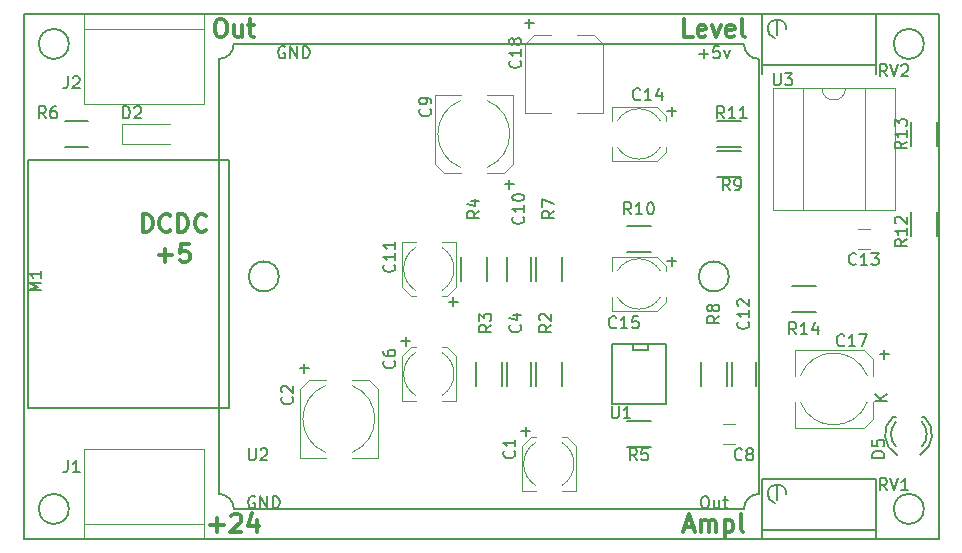
<source format=gbr>
%TF.GenerationSoftware,KiCad,Pcbnew,4.0.7*%
%TF.CreationDate,2018-04-11T16:25:57+03:00*%
%TF.ProjectId,radar_01,72616461725F30312E6B696361645F70,rev?*%
%TF.FileFunction,Legend,Top*%
%FSLAX46Y46*%
G04 Gerber Fmt 4.6, Leading zero omitted, Abs format (unit mm)*
G04 Created by KiCad (PCBNEW 4.0.7) date 04/11/18 16:25:57*
%MOMM*%
%LPD*%
G01*
G04 APERTURE LIST*
%ADD10C,0.100000*%
%ADD11C,0.150000*%
%ADD12C,0.300000*%
%ADD13C,0.120000*%
G04 APERTURE END LIST*
D10*
D11*
X152400000Y-54610000D02*
X227330000Y-54610000D01*
X227330000Y-99060000D02*
X152400000Y-99060000D01*
X152400000Y-99060000D02*
X152400000Y-54610000D01*
D12*
X162457143Y-73063571D02*
X162457143Y-71563571D01*
X162814286Y-71563571D01*
X163028571Y-71635000D01*
X163171429Y-71777857D01*
X163242857Y-71920714D01*
X163314286Y-72206429D01*
X163314286Y-72420714D01*
X163242857Y-72706429D01*
X163171429Y-72849286D01*
X163028571Y-72992143D01*
X162814286Y-73063571D01*
X162457143Y-73063571D01*
X164814286Y-72920714D02*
X164742857Y-72992143D01*
X164528571Y-73063571D01*
X164385714Y-73063571D01*
X164171429Y-72992143D01*
X164028571Y-72849286D01*
X163957143Y-72706429D01*
X163885714Y-72420714D01*
X163885714Y-72206429D01*
X163957143Y-71920714D01*
X164028571Y-71777857D01*
X164171429Y-71635000D01*
X164385714Y-71563571D01*
X164528571Y-71563571D01*
X164742857Y-71635000D01*
X164814286Y-71706429D01*
X165457143Y-73063571D02*
X165457143Y-71563571D01*
X165814286Y-71563571D01*
X166028571Y-71635000D01*
X166171429Y-71777857D01*
X166242857Y-71920714D01*
X166314286Y-72206429D01*
X166314286Y-72420714D01*
X166242857Y-72706429D01*
X166171429Y-72849286D01*
X166028571Y-72992143D01*
X165814286Y-73063571D01*
X165457143Y-73063571D01*
X167814286Y-72920714D02*
X167742857Y-72992143D01*
X167528571Y-73063571D01*
X167385714Y-73063571D01*
X167171429Y-72992143D01*
X167028571Y-72849286D01*
X166957143Y-72706429D01*
X166885714Y-72420714D01*
X166885714Y-72206429D01*
X166957143Y-71920714D01*
X167028571Y-71777857D01*
X167171429Y-71635000D01*
X167385714Y-71563571D01*
X167528571Y-71563571D01*
X167742857Y-71635000D01*
X167814286Y-71706429D01*
X163814286Y-75042143D02*
X164957143Y-75042143D01*
X164385714Y-75613571D02*
X164385714Y-74470714D01*
X166385715Y-74113571D02*
X165671429Y-74113571D01*
X165600000Y-74827857D01*
X165671429Y-74756429D01*
X165814286Y-74685000D01*
X166171429Y-74685000D01*
X166314286Y-74756429D01*
X166385715Y-74827857D01*
X166457143Y-74970714D01*
X166457143Y-75327857D01*
X166385715Y-75470714D01*
X166314286Y-75542143D01*
X166171429Y-75613571D01*
X165814286Y-75613571D01*
X165671429Y-75542143D01*
X165600000Y-75470714D01*
X208391429Y-98040000D02*
X209105715Y-98040000D01*
X208248572Y-98468571D02*
X208748572Y-96968571D01*
X209248572Y-98468571D01*
X209748572Y-98468571D02*
X209748572Y-97468571D01*
X209748572Y-97611429D02*
X209820000Y-97540000D01*
X209962858Y-97468571D01*
X210177143Y-97468571D01*
X210320000Y-97540000D01*
X210391429Y-97682857D01*
X210391429Y-98468571D01*
X210391429Y-97682857D02*
X210462858Y-97540000D01*
X210605715Y-97468571D01*
X210820000Y-97468571D01*
X210962858Y-97540000D01*
X211034286Y-97682857D01*
X211034286Y-98468571D01*
X211748572Y-97468571D02*
X211748572Y-98968571D01*
X211748572Y-97540000D02*
X211891429Y-97468571D01*
X212177143Y-97468571D01*
X212320000Y-97540000D01*
X212391429Y-97611429D01*
X212462858Y-97754286D01*
X212462858Y-98182857D01*
X212391429Y-98325714D01*
X212320000Y-98397143D01*
X212177143Y-98468571D01*
X211891429Y-98468571D01*
X211748572Y-98397143D01*
X213320001Y-98468571D02*
X213177143Y-98397143D01*
X213105715Y-98254286D01*
X213105715Y-96968571D01*
X209034287Y-56558571D02*
X208320001Y-56558571D01*
X208320001Y-55058571D01*
X210105715Y-56487143D02*
X209962858Y-56558571D01*
X209677144Y-56558571D01*
X209534287Y-56487143D01*
X209462858Y-56344286D01*
X209462858Y-55772857D01*
X209534287Y-55630000D01*
X209677144Y-55558571D01*
X209962858Y-55558571D01*
X210105715Y-55630000D01*
X210177144Y-55772857D01*
X210177144Y-55915714D01*
X209462858Y-56058571D01*
X210677144Y-55558571D02*
X211034287Y-56558571D01*
X211391429Y-55558571D01*
X212534286Y-56487143D02*
X212391429Y-56558571D01*
X212105715Y-56558571D01*
X211962858Y-56487143D01*
X211891429Y-56344286D01*
X211891429Y-55772857D01*
X211962858Y-55630000D01*
X212105715Y-55558571D01*
X212391429Y-55558571D01*
X212534286Y-55630000D01*
X212605715Y-55772857D01*
X212605715Y-55915714D01*
X211891429Y-56058571D01*
X213462858Y-56558571D02*
X213320000Y-56487143D01*
X213248572Y-56344286D01*
X213248572Y-55058571D01*
X168180001Y-97897143D02*
X169322858Y-97897143D01*
X168751429Y-98468571D02*
X168751429Y-97325714D01*
X169965715Y-97111429D02*
X170037144Y-97040000D01*
X170180001Y-96968571D01*
X170537144Y-96968571D01*
X170680001Y-97040000D01*
X170751430Y-97111429D01*
X170822858Y-97254286D01*
X170822858Y-97397143D01*
X170751430Y-97611429D01*
X169894287Y-98468571D01*
X170822858Y-98468571D01*
X172108572Y-97468571D02*
X172108572Y-98468571D01*
X171751429Y-96897143D02*
X171394286Y-97968571D01*
X172322858Y-97968571D01*
X168930000Y-55058571D02*
X169215714Y-55058571D01*
X169358572Y-55130000D01*
X169501429Y-55272857D01*
X169572857Y-55558571D01*
X169572857Y-56058571D01*
X169501429Y-56344286D01*
X169358572Y-56487143D01*
X169215714Y-56558571D01*
X168930000Y-56558571D01*
X168787143Y-56487143D01*
X168644286Y-56344286D01*
X168572857Y-56058571D01*
X168572857Y-55558571D01*
X168644286Y-55272857D01*
X168787143Y-55130000D01*
X168930000Y-55058571D01*
X170858572Y-55558571D02*
X170858572Y-56558571D01*
X170215715Y-55558571D02*
X170215715Y-56344286D01*
X170287143Y-56487143D01*
X170430001Y-56558571D01*
X170644286Y-56558571D01*
X170787143Y-56487143D01*
X170858572Y-56415714D01*
X171358572Y-55558571D02*
X171930001Y-55558571D01*
X171572858Y-55058571D02*
X171572858Y-56344286D01*
X171644286Y-56487143D01*
X171787144Y-56558571D01*
X171930001Y-56558571D01*
D11*
X229870000Y-99060000D02*
X227330000Y-99060000D01*
X229870000Y-54610000D02*
X229870000Y-99060000D01*
X227330000Y-54610000D02*
X229870000Y-54610000D01*
X173990000Y-76835000D02*
G75*
G03X173990000Y-76835000I-1270000J0D01*
G01*
X212090000Y-76835000D02*
G75*
G03X212090000Y-76835000I-1270000J0D01*
G01*
X156210000Y-96520000D02*
G75*
G03X156210000Y-96520000I-1270000J0D01*
G01*
X156210000Y-57150000D02*
G75*
G03X156210000Y-57150000I-1270000J0D01*
G01*
X228600000Y-96520000D02*
G75*
G03X228600000Y-96520000I-1270000J0D01*
G01*
X228600000Y-57150000D02*
G75*
G03X228600000Y-57150000I-1270000J0D01*
G01*
X229675000Y-71390000D02*
X229675000Y-73390000D01*
X227525000Y-73390000D02*
X227525000Y-71390000D01*
X168910000Y-95250000D02*
X168910000Y-58420000D01*
X213360000Y-96520000D02*
X170180000Y-96520000D01*
X214630000Y-58420000D02*
X214630000Y-95250000D01*
X170180000Y-57150000D02*
X213360000Y-57150000D01*
X170180000Y-96520000D02*
G75*
G03X168910000Y-95250000I-1270000J0D01*
G01*
X213360000Y-57150000D02*
G75*
G03X214630000Y-58420000I1270000J0D01*
G01*
X214630000Y-95250000D02*
G75*
G03X213360000Y-96520000I0J-1270000D01*
G01*
X168910000Y-58420000D02*
G75*
G03X170180000Y-57150000I0J1270000D01*
G01*
X212090000Y-76835000D02*
G75*
G03X212090000Y-76835000I-1270000J0D01*
G01*
X173990000Y-76835000D02*
G75*
G03X173990000Y-76835000I-1270000J0D01*
G01*
D13*
X191615262Y-67603022D02*
G75*
G03X191617600Y-61937900I-1115262J2833022D01*
G01*
X189384738Y-61936978D02*
G75*
G03X189382400Y-67602100I1115262J-2833022D01*
G01*
X193040000Y-68072000D02*
X191617600Y-68072000D01*
X193802000Y-61468000D02*
X191617600Y-61468000D01*
X187198000Y-61468000D02*
X189382400Y-61468000D01*
X187960000Y-68072000D02*
X189382400Y-68072000D01*
X193802000Y-61468000D02*
X193802000Y-67310000D01*
X193802000Y-67310000D02*
X193040000Y-68072000D01*
X187960000Y-68072000D02*
X187198000Y-67310000D01*
X187198000Y-67310000D02*
X187198000Y-61468000D01*
D11*
X195335000Y-86090000D02*
X195335000Y-84090000D01*
X193285000Y-84090000D02*
X193285000Y-86090000D01*
X195335000Y-77200000D02*
X195335000Y-75200000D01*
X193285000Y-75200000D02*
X193285000Y-77200000D01*
X214385000Y-86090000D02*
X214385000Y-84090000D01*
X212335000Y-84090000D02*
X212335000Y-86090000D01*
D13*
X160695000Y-63920000D02*
X160695000Y-65620000D01*
X160745000Y-65620000D02*
X164795000Y-65620000D01*
X160745000Y-63920000D02*
X164795000Y-63920000D01*
D11*
X226016000Y-88701000D02*
X226216000Y-88701000D01*
X228610000Y-88701000D02*
X228430000Y-88701000D01*
X228299643Y-91928744D02*
G75*
G03X228616000Y-88701000I-1003643J1727744D01*
G01*
X228429068Y-91253006D02*
G75*
G03X228430000Y-89150000I-1133068J1052006D01*
G01*
X225989274Y-88713780D02*
G75*
G03X226336000Y-91951000I1306726J-1497220D01*
G01*
X226216747Y-89187111D02*
G75*
G03X226236000Y-91235000I1079253J-1013889D01*
G01*
X195775000Y-86090000D02*
X195775000Y-84090000D01*
X197925000Y-84090000D02*
X197925000Y-86090000D01*
X190695000Y-86090000D02*
X190695000Y-84090000D01*
X192845000Y-84090000D02*
X192845000Y-86090000D01*
X191575000Y-75200000D02*
X191575000Y-77200000D01*
X189425000Y-77200000D02*
X189425000Y-75200000D01*
X203470000Y-89095000D02*
X205470000Y-89095000D01*
X205470000Y-91245000D02*
X203470000Y-91245000D01*
X157845000Y-65845000D02*
X155845000Y-65845000D01*
X155845000Y-63695000D02*
X157845000Y-63695000D01*
X195775000Y-77200000D02*
X195775000Y-75200000D01*
X197925000Y-75200000D02*
X197925000Y-77200000D01*
X209745000Y-86090000D02*
X209745000Y-84090000D01*
X211895000Y-84090000D02*
X211895000Y-86090000D01*
X213090000Y-68385000D02*
X211090000Y-68385000D01*
X211090000Y-66235000D02*
X213090000Y-66235000D01*
X203470000Y-72585000D02*
X205470000Y-72585000D01*
X205470000Y-74735000D02*
X203470000Y-74735000D01*
X211090000Y-63695000D02*
X213090000Y-63695000D01*
X213090000Y-65845000D02*
X211090000Y-65845000D01*
X227525000Y-65770000D02*
X227525000Y-63770000D01*
X229675000Y-63770000D02*
X229675000Y-65770000D01*
X219440000Y-79815000D02*
X217440000Y-79815000D01*
X217440000Y-77665000D02*
X219440000Y-77665000D01*
D13*
X195730246Y-90895227D02*
G75*
G03X195732400Y-94526100I1119754J-1814773D01*
G01*
X197967600Y-94526100D02*
G75*
G03X197967600Y-90893900I-1117600J1816100D01*
G01*
X198374000Y-90424000D02*
X197967600Y-90424000D01*
X199136000Y-94996000D02*
X197967600Y-94996000D01*
X194564000Y-94996000D02*
X195732400Y-94996000D01*
X195326000Y-90424000D02*
X195732400Y-90424000D01*
X194564000Y-91186000D02*
X194564000Y-94996000D01*
X194564000Y-91186000D02*
X195326000Y-90424000D01*
X199136000Y-91186000D02*
X199136000Y-94996000D01*
X199136000Y-91186000D02*
X198374000Y-90424000D01*
X177954394Y-86067114D02*
G75*
G03X177952400Y-91732100I1115606J-2832886D01*
G01*
X180187600Y-91732100D02*
G75*
G03X180187600Y-86067900I-1117600J2832100D01*
G01*
X175768000Y-92202000D02*
X177952400Y-92202000D01*
X182372000Y-92202000D02*
X180187600Y-92202000D01*
X176530000Y-85598000D02*
X177952400Y-85598000D01*
X181610000Y-85598000D02*
X180187600Y-85598000D01*
X175768000Y-92202000D02*
X175768000Y-86360000D01*
X175768000Y-86360000D02*
X176530000Y-85598000D01*
X181610000Y-85598000D02*
X182372000Y-86360000D01*
X182372000Y-86360000D02*
X182372000Y-92202000D01*
X185570246Y-83275227D02*
G75*
G03X185572400Y-86906100I1119754J-1814773D01*
G01*
X187807600Y-86906100D02*
G75*
G03X187807600Y-83273900I-1117600J1816100D01*
G01*
X188214000Y-82804000D02*
X187807600Y-82804000D01*
X188976000Y-87376000D02*
X187807600Y-87376000D01*
X184404000Y-87376000D02*
X185572400Y-87376000D01*
X185166000Y-82804000D02*
X185572400Y-82804000D01*
X184404000Y-83566000D02*
X184404000Y-87376000D01*
X184404000Y-83566000D02*
X185166000Y-82804000D01*
X188976000Y-83566000D02*
X188976000Y-87376000D01*
X188976000Y-83566000D02*
X188214000Y-82804000D01*
X187809754Y-78014773D02*
G75*
G03X187807600Y-74383900I-1119754J1814773D01*
G01*
X185572400Y-74383900D02*
G75*
G03X185572400Y-78016100I1117600J-1816100D01*
G01*
X185166000Y-78486000D02*
X185572400Y-78486000D01*
X184404000Y-73914000D02*
X185572400Y-73914000D01*
X188976000Y-73914000D02*
X187807600Y-73914000D01*
X188214000Y-78486000D02*
X187807600Y-78486000D01*
X188976000Y-77724000D02*
X188976000Y-73914000D01*
X188976000Y-77724000D02*
X188214000Y-78486000D01*
X184404000Y-77724000D02*
X184404000Y-73914000D01*
X184404000Y-77724000D02*
X185166000Y-78486000D01*
X206284773Y-63650246D02*
G75*
G03X202653900Y-63652400I-1814773J-1119754D01*
G01*
X202653900Y-65887600D02*
G75*
G03X206286100Y-65887600I1816100J1117600D01*
G01*
X206756000Y-66294000D02*
X206756000Y-65887600D01*
X202184000Y-67056000D02*
X202184000Y-65887600D01*
X202184000Y-62484000D02*
X202184000Y-63652400D01*
X206756000Y-63246000D02*
X206756000Y-63652400D01*
X205994000Y-62484000D02*
X202184000Y-62484000D01*
X205994000Y-62484000D02*
X206756000Y-63246000D01*
X205994000Y-67056000D02*
X202184000Y-67056000D01*
X205994000Y-67056000D02*
X206756000Y-66294000D01*
X206284773Y-76350246D02*
G75*
G03X202653900Y-76352400I-1814773J-1119754D01*
G01*
X202653900Y-78587600D02*
G75*
G03X206286100Y-78587600I1816100J1117600D01*
G01*
X206756000Y-78994000D02*
X206756000Y-78587600D01*
X202184000Y-79756000D02*
X202184000Y-78587600D01*
X202184000Y-75184000D02*
X202184000Y-76352400D01*
X206756000Y-75946000D02*
X206756000Y-76352400D01*
X205994000Y-75184000D02*
X202184000Y-75184000D01*
X205994000Y-75184000D02*
X206756000Y-75946000D01*
X205994000Y-79756000D02*
X202184000Y-79756000D01*
X205994000Y-79756000D02*
X206756000Y-78994000D01*
X223812886Y-85244394D02*
G75*
G03X218147900Y-85242400I-2832886J-1115606D01*
G01*
X218147900Y-87477600D02*
G75*
G03X223812100Y-87477600I2832100J1117600D01*
G01*
X217678000Y-83058000D02*
X217678000Y-85242400D01*
X217678000Y-89662000D02*
X217678000Y-87477600D01*
X224282000Y-83820000D02*
X224282000Y-85242400D01*
X224282000Y-88900000D02*
X224282000Y-87477600D01*
X217678000Y-83058000D02*
X223520000Y-83058000D01*
X223520000Y-83058000D02*
X224282000Y-83820000D01*
X224282000Y-88900000D02*
X223520000Y-89662000D01*
X223520000Y-89662000D02*
X217678000Y-89662000D01*
X167640000Y-97790000D02*
X157480000Y-97790000D01*
X167640000Y-99060000D02*
X167640000Y-91440000D01*
X167640000Y-91440000D02*
X157480000Y-91440000D01*
X157480000Y-91440000D02*
X157480000Y-99060000D01*
X157480000Y-99060000D02*
X167640000Y-99060000D01*
X157480000Y-55880000D02*
X167640000Y-55880000D01*
X157480000Y-54610000D02*
X157480000Y-62230000D01*
X157480000Y-62230000D02*
X167640000Y-62230000D01*
X167640000Y-62230000D02*
X167640000Y-54610000D01*
X167640000Y-54610000D02*
X157480000Y-54610000D01*
D11*
X216154000Y-94488000D02*
X216154000Y-95758000D01*
X216941400Y-95237300D02*
X216903300Y-94983300D01*
X216903300Y-94983300D02*
X216725500Y-94703900D01*
X216725500Y-94703900D02*
X216408000Y-94488000D01*
X216408000Y-94488000D02*
X215963500Y-94475300D01*
X215963500Y-94475300D02*
X215607900Y-94678500D01*
X215607900Y-94678500D02*
X215430100Y-94970600D01*
X215430100Y-94970600D02*
X215379300Y-95288100D01*
X215379300Y-95288100D02*
X215480900Y-95694500D01*
X215480900Y-95694500D02*
X215823800Y-95948500D01*
X215823800Y-95948500D02*
X216001600Y-96037400D01*
X224536000Y-98298000D02*
X214884000Y-98298000D01*
X214884000Y-95250000D02*
X214884000Y-93980000D01*
X214884000Y-93980000D02*
X224536000Y-93980000D01*
X224536000Y-93980000D02*
X224536000Y-99060000D01*
X214884000Y-99060000D02*
X214884000Y-96520000D01*
X214884000Y-96520000D02*
X214884000Y-95250000D01*
X216154000Y-55118000D02*
X216154000Y-56388000D01*
X216941400Y-55867300D02*
X216903300Y-55613300D01*
X216903300Y-55613300D02*
X216725500Y-55333900D01*
X216725500Y-55333900D02*
X216408000Y-55118000D01*
X216408000Y-55118000D02*
X215963500Y-55105300D01*
X215963500Y-55105300D02*
X215607900Y-55308500D01*
X215607900Y-55308500D02*
X215430100Y-55600600D01*
X215430100Y-55600600D02*
X215379300Y-55918100D01*
X215379300Y-55918100D02*
X215480900Y-56324500D01*
X215480900Y-56324500D02*
X215823800Y-56578500D01*
X215823800Y-56578500D02*
X216001600Y-56667400D01*
X224536000Y-58928000D02*
X214884000Y-58928000D01*
X214884000Y-55880000D02*
X214884000Y-54610000D01*
X214884000Y-54610000D02*
X224536000Y-54610000D01*
X224536000Y-54610000D02*
X224536000Y-59690000D01*
X214884000Y-59690000D02*
X214884000Y-57150000D01*
X214884000Y-57150000D02*
X214884000Y-55880000D01*
D13*
X194820000Y-62990000D02*
X197000000Y-62990000D01*
X201420000Y-62990000D02*
X199240000Y-62990000D01*
X195580000Y-56390000D02*
X197000000Y-56390000D01*
X200660000Y-56390000D02*
X199240000Y-56390000D01*
X194820000Y-62990000D02*
X194820000Y-57150000D01*
X194820000Y-57150000D02*
X195580000Y-56390000D01*
X200660000Y-56390000D02*
X201420000Y-57150000D01*
X201420000Y-57150000D02*
X201420000Y-62990000D01*
D11*
X152790000Y-66970000D02*
X169790000Y-66970000D01*
X169790000Y-66970000D02*
X169790000Y-87970000D01*
X169790000Y-87970000D02*
X152790000Y-87970000D01*
X152790000Y-87970000D02*
X152790000Y-66970000D01*
X206756000Y-82550000D02*
X206756000Y-87630000D01*
X206756000Y-87630000D02*
X202184000Y-87630000D01*
X202184000Y-87630000D02*
X202184000Y-82550000D01*
X202184000Y-82550000D02*
X206756000Y-82550000D01*
X205232000Y-82550000D02*
X205232000Y-83058000D01*
X205232000Y-83058000D02*
X203962000Y-83058000D01*
X203962000Y-83058000D02*
X203962000Y-82550000D01*
D13*
X221980000Y-60900000D02*
G75*
G02X219980000Y-60900000I-1000000J0D01*
G01*
X219980000Y-60900000D02*
X218330000Y-60900000D01*
X218330000Y-60900000D02*
X218330000Y-71180000D01*
X218330000Y-71180000D02*
X223630000Y-71180000D01*
X223630000Y-71180000D02*
X223630000Y-60900000D01*
X223630000Y-60900000D02*
X221980000Y-60900000D01*
X215840000Y-60840000D02*
X215840000Y-71240000D01*
X215840000Y-71240000D02*
X226120000Y-71240000D01*
X226120000Y-71240000D02*
X226120000Y-60840000D01*
X226120000Y-60840000D02*
X215840000Y-60840000D01*
X223020000Y-74510000D02*
X224020000Y-74510000D01*
X224020000Y-72810000D02*
X223020000Y-72810000D01*
X212590000Y-89320000D02*
X211590000Y-89320000D01*
X211590000Y-91020000D02*
X212590000Y-91020000D01*
D11*
X227147381Y-73667857D02*
X226671190Y-74001191D01*
X227147381Y-74239286D02*
X226147381Y-74239286D01*
X226147381Y-73858333D01*
X226195000Y-73763095D01*
X226242619Y-73715476D01*
X226337857Y-73667857D01*
X226480714Y-73667857D01*
X226575952Y-73715476D01*
X226623571Y-73763095D01*
X226671190Y-73858333D01*
X226671190Y-74239286D01*
X227147381Y-72715476D02*
X227147381Y-73286905D01*
X227147381Y-73001191D02*
X226147381Y-73001191D01*
X226290238Y-73096429D01*
X226385476Y-73191667D01*
X226433095Y-73286905D01*
X226242619Y-72334524D02*
X226195000Y-72286905D01*
X226147381Y-72191667D01*
X226147381Y-71953571D01*
X226195000Y-71858333D01*
X226242619Y-71810714D01*
X226337857Y-71763095D01*
X226433095Y-71763095D01*
X226575952Y-71810714D01*
X227147381Y-72382143D01*
X227147381Y-71763095D01*
X171450095Y-91400381D02*
X171450095Y-92209905D01*
X171497714Y-92305143D01*
X171545333Y-92352762D01*
X171640571Y-92400381D01*
X171831048Y-92400381D01*
X171926286Y-92352762D01*
X171973905Y-92305143D01*
X172021524Y-92209905D01*
X172021524Y-91400381D01*
X172450095Y-91495619D02*
X172497714Y-91448000D01*
X172592952Y-91400381D01*
X172831048Y-91400381D01*
X172926286Y-91448000D01*
X172973905Y-91495619D01*
X173021524Y-91590857D01*
X173021524Y-91686095D01*
X172973905Y-91828952D01*
X172402476Y-92400381D01*
X173021524Y-92400381D01*
X209986666Y-95464381D02*
X210177143Y-95464381D01*
X210272381Y-95512000D01*
X210367619Y-95607238D01*
X210415238Y-95797714D01*
X210415238Y-96131048D01*
X210367619Y-96321524D01*
X210272381Y-96416762D01*
X210177143Y-96464381D01*
X209986666Y-96464381D01*
X209891428Y-96416762D01*
X209796190Y-96321524D01*
X209748571Y-96131048D01*
X209748571Y-95797714D01*
X209796190Y-95607238D01*
X209891428Y-95512000D01*
X209986666Y-95464381D01*
X211272381Y-95797714D02*
X211272381Y-96464381D01*
X210843809Y-95797714D02*
X210843809Y-96321524D01*
X210891428Y-96416762D01*
X210986666Y-96464381D01*
X211129524Y-96464381D01*
X211224762Y-96416762D01*
X211272381Y-96369143D01*
X211605714Y-95797714D02*
X211986666Y-95797714D01*
X211748571Y-95464381D02*
X211748571Y-96321524D01*
X211796190Y-96416762D01*
X211891428Y-96464381D01*
X211986666Y-96464381D01*
X171958096Y-95512000D02*
X171862858Y-95464381D01*
X171720001Y-95464381D01*
X171577143Y-95512000D01*
X171481905Y-95607238D01*
X171434286Y-95702476D01*
X171386667Y-95892952D01*
X171386667Y-96035810D01*
X171434286Y-96226286D01*
X171481905Y-96321524D01*
X171577143Y-96416762D01*
X171720001Y-96464381D01*
X171815239Y-96464381D01*
X171958096Y-96416762D01*
X172005715Y-96369143D01*
X172005715Y-96035810D01*
X171815239Y-96035810D01*
X172434286Y-96464381D02*
X172434286Y-95464381D01*
X173005715Y-96464381D01*
X173005715Y-95464381D01*
X173481905Y-96464381D02*
X173481905Y-95464381D01*
X173720000Y-95464381D01*
X173862858Y-95512000D01*
X173958096Y-95607238D01*
X174005715Y-95702476D01*
X174053334Y-95892952D01*
X174053334Y-96035810D01*
X174005715Y-96226286D01*
X173958096Y-96321524D01*
X173862858Y-96416762D01*
X173720000Y-96464381D01*
X173481905Y-96464381D01*
X209581905Y-57983429D02*
X210343810Y-57983429D01*
X209962858Y-58364381D02*
X209962858Y-57602476D01*
X211296191Y-57364381D02*
X210820000Y-57364381D01*
X210772381Y-57840571D01*
X210820000Y-57792952D01*
X210915238Y-57745333D01*
X211153334Y-57745333D01*
X211248572Y-57792952D01*
X211296191Y-57840571D01*
X211343810Y-57935810D01*
X211343810Y-58173905D01*
X211296191Y-58269143D01*
X211248572Y-58316762D01*
X211153334Y-58364381D01*
X210915238Y-58364381D01*
X210820000Y-58316762D01*
X210772381Y-58269143D01*
X211677143Y-57697714D02*
X211915238Y-58364381D01*
X212153334Y-57697714D01*
X174498096Y-57412000D02*
X174402858Y-57364381D01*
X174260001Y-57364381D01*
X174117143Y-57412000D01*
X174021905Y-57507238D01*
X173974286Y-57602476D01*
X173926667Y-57792952D01*
X173926667Y-57935810D01*
X173974286Y-58126286D01*
X174021905Y-58221524D01*
X174117143Y-58316762D01*
X174260001Y-58364381D01*
X174355239Y-58364381D01*
X174498096Y-58316762D01*
X174545715Y-58269143D01*
X174545715Y-57935810D01*
X174355239Y-57935810D01*
X174974286Y-58364381D02*
X174974286Y-57364381D01*
X175545715Y-58364381D01*
X175545715Y-57364381D01*
X176021905Y-58364381D02*
X176021905Y-57364381D01*
X176260000Y-57364381D01*
X176402858Y-57412000D01*
X176498096Y-57507238D01*
X176545715Y-57602476D01*
X176593334Y-57792952D01*
X176593334Y-57935810D01*
X176545715Y-58126286D01*
X176498096Y-58221524D01*
X176402858Y-58316762D01*
X176260000Y-58364381D01*
X176021905Y-58364381D01*
X186793143Y-62650666D02*
X186840762Y-62698285D01*
X186888381Y-62841142D01*
X186888381Y-62936380D01*
X186840762Y-63079238D01*
X186745524Y-63174476D01*
X186650286Y-63222095D01*
X186459810Y-63269714D01*
X186316952Y-63269714D01*
X186126476Y-63222095D01*
X186031238Y-63174476D01*
X185936000Y-63079238D01*
X185888381Y-62936380D01*
X185888381Y-62841142D01*
X185936000Y-62698285D01*
X185983619Y-62650666D01*
X186888381Y-62174476D02*
X186888381Y-61984000D01*
X186840762Y-61888761D01*
X186793143Y-61841142D01*
X186650286Y-61745904D01*
X186459810Y-61698285D01*
X186078857Y-61698285D01*
X185983619Y-61745904D01*
X185936000Y-61793523D01*
X185888381Y-61888761D01*
X185888381Y-62079238D01*
X185936000Y-62174476D01*
X185983619Y-62222095D01*
X186078857Y-62269714D01*
X186316952Y-62269714D01*
X186412190Y-62222095D01*
X186459810Y-62174476D01*
X186507429Y-62079238D01*
X186507429Y-61888761D01*
X186459810Y-61793523D01*
X186412190Y-61745904D01*
X186316952Y-61698285D01*
X193479729Y-69430852D02*
X193479729Y-68668947D01*
X193860681Y-69049899D02*
X193098776Y-69049899D01*
X194413143Y-80938666D02*
X194460762Y-80986285D01*
X194508381Y-81129142D01*
X194508381Y-81224380D01*
X194460762Y-81367238D01*
X194365524Y-81462476D01*
X194270286Y-81510095D01*
X194079810Y-81557714D01*
X193936952Y-81557714D01*
X193746476Y-81510095D01*
X193651238Y-81462476D01*
X193556000Y-81367238D01*
X193508381Y-81224380D01*
X193508381Y-81129142D01*
X193556000Y-80986285D01*
X193603619Y-80938666D01*
X193841714Y-80081523D02*
X194508381Y-80081523D01*
X193460762Y-80319619D02*
X194175048Y-80557714D01*
X194175048Y-79938666D01*
X194667143Y-71762857D02*
X194714762Y-71810476D01*
X194762381Y-71953333D01*
X194762381Y-72048571D01*
X194714762Y-72191429D01*
X194619524Y-72286667D01*
X194524286Y-72334286D01*
X194333810Y-72381905D01*
X194190952Y-72381905D01*
X194000476Y-72334286D01*
X193905238Y-72286667D01*
X193810000Y-72191429D01*
X193762381Y-72048571D01*
X193762381Y-71953333D01*
X193810000Y-71810476D01*
X193857619Y-71762857D01*
X194762381Y-70810476D02*
X194762381Y-71381905D01*
X194762381Y-71096191D02*
X193762381Y-71096191D01*
X193905238Y-71191429D01*
X194000476Y-71286667D01*
X194048095Y-71381905D01*
X193762381Y-70191429D02*
X193762381Y-70096190D01*
X193810000Y-70000952D01*
X193857619Y-69953333D01*
X193952857Y-69905714D01*
X194143333Y-69858095D01*
X194381429Y-69858095D01*
X194571905Y-69905714D01*
X194667143Y-69953333D01*
X194714762Y-70000952D01*
X194762381Y-70096190D01*
X194762381Y-70191429D01*
X194714762Y-70286667D01*
X194667143Y-70334286D01*
X194571905Y-70381905D01*
X194381429Y-70429524D01*
X194143333Y-70429524D01*
X193952857Y-70381905D01*
X193857619Y-70334286D01*
X193810000Y-70286667D01*
X193762381Y-70191429D01*
X213717143Y-80652857D02*
X213764762Y-80700476D01*
X213812381Y-80843333D01*
X213812381Y-80938571D01*
X213764762Y-81081429D01*
X213669524Y-81176667D01*
X213574286Y-81224286D01*
X213383810Y-81271905D01*
X213240952Y-81271905D01*
X213050476Y-81224286D01*
X212955238Y-81176667D01*
X212860000Y-81081429D01*
X212812381Y-80938571D01*
X212812381Y-80843333D01*
X212860000Y-80700476D01*
X212907619Y-80652857D01*
X213812381Y-79700476D02*
X213812381Y-80271905D01*
X213812381Y-79986191D02*
X212812381Y-79986191D01*
X212955238Y-80081429D01*
X213050476Y-80176667D01*
X213098095Y-80271905D01*
X212907619Y-79319524D02*
X212860000Y-79271905D01*
X212812381Y-79176667D01*
X212812381Y-78938571D01*
X212860000Y-78843333D01*
X212907619Y-78795714D01*
X213002857Y-78748095D01*
X213098095Y-78748095D01*
X213240952Y-78795714D01*
X213812381Y-79367143D01*
X213812381Y-78748095D01*
X160805905Y-63444381D02*
X160805905Y-62444381D01*
X161044000Y-62444381D01*
X161186858Y-62492000D01*
X161282096Y-62587238D01*
X161329715Y-62682476D01*
X161377334Y-62872952D01*
X161377334Y-63015810D01*
X161329715Y-63206286D01*
X161282096Y-63301524D01*
X161186858Y-63396762D01*
X161044000Y-63444381D01*
X160805905Y-63444381D01*
X161758286Y-62539619D02*
X161805905Y-62492000D01*
X161901143Y-62444381D01*
X162139239Y-62444381D01*
X162234477Y-62492000D01*
X162282096Y-62539619D01*
X162329715Y-62634857D01*
X162329715Y-62730095D01*
X162282096Y-62872952D01*
X161710667Y-63444381D01*
X162329715Y-63444381D01*
X225242381Y-92178095D02*
X224242381Y-92178095D01*
X224242381Y-91940000D01*
X224290000Y-91797142D01*
X224385238Y-91701904D01*
X224480476Y-91654285D01*
X224670952Y-91606666D01*
X224813810Y-91606666D01*
X225004286Y-91654285D01*
X225099524Y-91701904D01*
X225194762Y-91797142D01*
X225242381Y-91940000D01*
X225242381Y-92178095D01*
X224242381Y-90701904D02*
X224242381Y-91178095D01*
X224718571Y-91225714D01*
X224670952Y-91178095D01*
X224623333Y-91082857D01*
X224623333Y-90844761D01*
X224670952Y-90749523D01*
X224718571Y-90701904D01*
X224813810Y-90654285D01*
X225051905Y-90654285D01*
X225147143Y-90701904D01*
X225194762Y-90749523D01*
X225242381Y-90844761D01*
X225242381Y-91082857D01*
X225194762Y-91178095D01*
X225147143Y-91225714D01*
X225496381Y-87383905D02*
X224496381Y-87383905D01*
X225496381Y-86812476D02*
X224924952Y-87241048D01*
X224496381Y-86812476D02*
X225067810Y-87383905D01*
X197048381Y-80938666D02*
X196572190Y-81272000D01*
X197048381Y-81510095D02*
X196048381Y-81510095D01*
X196048381Y-81129142D01*
X196096000Y-81033904D01*
X196143619Y-80986285D01*
X196238857Y-80938666D01*
X196381714Y-80938666D01*
X196476952Y-80986285D01*
X196524571Y-81033904D01*
X196572190Y-81129142D01*
X196572190Y-81510095D01*
X196143619Y-80557714D02*
X196096000Y-80510095D01*
X196048381Y-80414857D01*
X196048381Y-80176761D01*
X196096000Y-80081523D01*
X196143619Y-80033904D01*
X196238857Y-79986285D01*
X196334095Y-79986285D01*
X196476952Y-80033904D01*
X197048381Y-80605333D01*
X197048381Y-79986285D01*
X191968381Y-80938666D02*
X191492190Y-81272000D01*
X191968381Y-81510095D02*
X190968381Y-81510095D01*
X190968381Y-81129142D01*
X191016000Y-81033904D01*
X191063619Y-80986285D01*
X191158857Y-80938666D01*
X191301714Y-80938666D01*
X191396952Y-80986285D01*
X191444571Y-81033904D01*
X191492190Y-81129142D01*
X191492190Y-81510095D01*
X190968381Y-80605333D02*
X190968381Y-79986285D01*
X191349333Y-80319619D01*
X191349333Y-80176761D01*
X191396952Y-80081523D01*
X191444571Y-80033904D01*
X191539810Y-79986285D01*
X191777905Y-79986285D01*
X191873143Y-80033904D01*
X191920762Y-80081523D01*
X191968381Y-80176761D01*
X191968381Y-80462476D01*
X191920762Y-80557714D01*
X191873143Y-80605333D01*
X190952381Y-71286666D02*
X190476190Y-71620000D01*
X190952381Y-71858095D02*
X189952381Y-71858095D01*
X189952381Y-71477142D01*
X190000000Y-71381904D01*
X190047619Y-71334285D01*
X190142857Y-71286666D01*
X190285714Y-71286666D01*
X190380952Y-71334285D01*
X190428571Y-71381904D01*
X190476190Y-71477142D01*
X190476190Y-71858095D01*
X190285714Y-70429523D02*
X190952381Y-70429523D01*
X189904762Y-70667619D02*
X190619048Y-70905714D01*
X190619048Y-70286666D01*
X204303334Y-92400381D02*
X203970000Y-91924190D01*
X203731905Y-92400381D02*
X203731905Y-91400381D01*
X204112858Y-91400381D01*
X204208096Y-91448000D01*
X204255715Y-91495619D01*
X204303334Y-91590857D01*
X204303334Y-91733714D01*
X204255715Y-91828952D01*
X204208096Y-91876571D01*
X204112858Y-91924190D01*
X203731905Y-91924190D01*
X205208096Y-91400381D02*
X204731905Y-91400381D01*
X204684286Y-91876571D01*
X204731905Y-91828952D01*
X204827143Y-91781333D01*
X205065239Y-91781333D01*
X205160477Y-91828952D01*
X205208096Y-91876571D01*
X205255715Y-91971810D01*
X205255715Y-92209905D01*
X205208096Y-92305143D01*
X205160477Y-92352762D01*
X205065239Y-92400381D01*
X204827143Y-92400381D01*
X204731905Y-92352762D01*
X204684286Y-92305143D01*
X154265334Y-63444381D02*
X153932000Y-62968190D01*
X153693905Y-63444381D02*
X153693905Y-62444381D01*
X154074858Y-62444381D01*
X154170096Y-62492000D01*
X154217715Y-62539619D01*
X154265334Y-62634857D01*
X154265334Y-62777714D01*
X154217715Y-62872952D01*
X154170096Y-62920571D01*
X154074858Y-62968190D01*
X153693905Y-62968190D01*
X155122477Y-62444381D02*
X154932000Y-62444381D01*
X154836762Y-62492000D01*
X154789143Y-62539619D01*
X154693905Y-62682476D01*
X154646286Y-62872952D01*
X154646286Y-63253905D01*
X154693905Y-63349143D01*
X154741524Y-63396762D01*
X154836762Y-63444381D01*
X155027239Y-63444381D01*
X155122477Y-63396762D01*
X155170096Y-63349143D01*
X155217715Y-63253905D01*
X155217715Y-63015810D01*
X155170096Y-62920571D01*
X155122477Y-62872952D01*
X155027239Y-62825333D01*
X154836762Y-62825333D01*
X154741524Y-62872952D01*
X154693905Y-62920571D01*
X154646286Y-63015810D01*
X197302381Y-71286666D02*
X196826190Y-71620000D01*
X197302381Y-71858095D02*
X196302381Y-71858095D01*
X196302381Y-71477142D01*
X196350000Y-71381904D01*
X196397619Y-71334285D01*
X196492857Y-71286666D01*
X196635714Y-71286666D01*
X196730952Y-71334285D01*
X196778571Y-71381904D01*
X196826190Y-71477142D01*
X196826190Y-71858095D01*
X196302381Y-70953333D02*
X196302381Y-70286666D01*
X197302381Y-70715238D01*
X211272381Y-80176666D02*
X210796190Y-80510000D01*
X211272381Y-80748095D02*
X210272381Y-80748095D01*
X210272381Y-80367142D01*
X210320000Y-80271904D01*
X210367619Y-80224285D01*
X210462857Y-80176666D01*
X210605714Y-80176666D01*
X210700952Y-80224285D01*
X210748571Y-80271904D01*
X210796190Y-80367142D01*
X210796190Y-80748095D01*
X210700952Y-79605238D02*
X210653333Y-79700476D01*
X210605714Y-79748095D01*
X210510476Y-79795714D01*
X210462857Y-79795714D01*
X210367619Y-79748095D01*
X210320000Y-79700476D01*
X210272381Y-79605238D01*
X210272381Y-79414761D01*
X210320000Y-79319523D01*
X210367619Y-79271904D01*
X210462857Y-79224285D01*
X210510476Y-79224285D01*
X210605714Y-79271904D01*
X210653333Y-79319523D01*
X210700952Y-79414761D01*
X210700952Y-79605238D01*
X210748571Y-79700476D01*
X210796190Y-79748095D01*
X210891429Y-79795714D01*
X211081905Y-79795714D01*
X211177143Y-79748095D01*
X211224762Y-79700476D01*
X211272381Y-79605238D01*
X211272381Y-79414761D01*
X211224762Y-79319523D01*
X211177143Y-79271904D01*
X211081905Y-79224285D01*
X210891429Y-79224285D01*
X210796190Y-79271904D01*
X210748571Y-79319523D01*
X210700952Y-79414761D01*
X212177334Y-69540381D02*
X211844000Y-69064190D01*
X211605905Y-69540381D02*
X211605905Y-68540381D01*
X211986858Y-68540381D01*
X212082096Y-68588000D01*
X212129715Y-68635619D01*
X212177334Y-68730857D01*
X212177334Y-68873714D01*
X212129715Y-68968952D01*
X212082096Y-69016571D01*
X211986858Y-69064190D01*
X211605905Y-69064190D01*
X212653524Y-69540381D02*
X212844000Y-69540381D01*
X212939239Y-69492762D01*
X212986858Y-69445143D01*
X213082096Y-69302286D01*
X213129715Y-69111810D01*
X213129715Y-68730857D01*
X213082096Y-68635619D01*
X213034477Y-68588000D01*
X212939239Y-68540381D01*
X212748762Y-68540381D01*
X212653524Y-68588000D01*
X212605905Y-68635619D01*
X212558286Y-68730857D01*
X212558286Y-68968952D01*
X212605905Y-69064190D01*
X212653524Y-69111810D01*
X212748762Y-69159429D01*
X212939239Y-69159429D01*
X213034477Y-69111810D01*
X213082096Y-69064190D01*
X213129715Y-68968952D01*
X203827143Y-71572381D02*
X203493809Y-71096190D01*
X203255714Y-71572381D02*
X203255714Y-70572381D01*
X203636667Y-70572381D01*
X203731905Y-70620000D01*
X203779524Y-70667619D01*
X203827143Y-70762857D01*
X203827143Y-70905714D01*
X203779524Y-71000952D01*
X203731905Y-71048571D01*
X203636667Y-71096190D01*
X203255714Y-71096190D01*
X204779524Y-71572381D02*
X204208095Y-71572381D01*
X204493809Y-71572381D02*
X204493809Y-70572381D01*
X204398571Y-70715238D01*
X204303333Y-70810476D01*
X204208095Y-70858095D01*
X205398571Y-70572381D02*
X205493810Y-70572381D01*
X205589048Y-70620000D01*
X205636667Y-70667619D01*
X205684286Y-70762857D01*
X205731905Y-70953333D01*
X205731905Y-71191429D01*
X205684286Y-71381905D01*
X205636667Y-71477143D01*
X205589048Y-71524762D01*
X205493810Y-71572381D01*
X205398571Y-71572381D01*
X205303333Y-71524762D01*
X205255714Y-71477143D01*
X205208095Y-71381905D01*
X205160476Y-71191429D01*
X205160476Y-70953333D01*
X205208095Y-70762857D01*
X205255714Y-70667619D01*
X205303333Y-70620000D01*
X205398571Y-70572381D01*
X211701143Y-63444381D02*
X211367809Y-62968190D01*
X211129714Y-63444381D02*
X211129714Y-62444381D01*
X211510667Y-62444381D01*
X211605905Y-62492000D01*
X211653524Y-62539619D01*
X211701143Y-62634857D01*
X211701143Y-62777714D01*
X211653524Y-62872952D01*
X211605905Y-62920571D01*
X211510667Y-62968190D01*
X211129714Y-62968190D01*
X212653524Y-63444381D02*
X212082095Y-63444381D01*
X212367809Y-63444381D02*
X212367809Y-62444381D01*
X212272571Y-62587238D01*
X212177333Y-62682476D01*
X212082095Y-62730095D01*
X213605905Y-63444381D02*
X213034476Y-63444381D01*
X213320190Y-63444381D02*
X213320190Y-62444381D01*
X213224952Y-62587238D01*
X213129714Y-62682476D01*
X213034476Y-62730095D01*
X227147381Y-65412857D02*
X226671190Y-65746191D01*
X227147381Y-65984286D02*
X226147381Y-65984286D01*
X226147381Y-65603333D01*
X226195000Y-65508095D01*
X226242619Y-65460476D01*
X226337857Y-65412857D01*
X226480714Y-65412857D01*
X226575952Y-65460476D01*
X226623571Y-65508095D01*
X226671190Y-65603333D01*
X226671190Y-65984286D01*
X227147381Y-64460476D02*
X227147381Y-65031905D01*
X227147381Y-64746191D02*
X226147381Y-64746191D01*
X226290238Y-64841429D01*
X226385476Y-64936667D01*
X226433095Y-65031905D01*
X226147381Y-64127143D02*
X226147381Y-63508095D01*
X226528333Y-63841429D01*
X226528333Y-63698571D01*
X226575952Y-63603333D01*
X226623571Y-63555714D01*
X226718810Y-63508095D01*
X226956905Y-63508095D01*
X227052143Y-63555714D01*
X227099762Y-63603333D01*
X227147381Y-63698571D01*
X227147381Y-63984286D01*
X227099762Y-64079524D01*
X227052143Y-64127143D01*
X217797143Y-81732381D02*
X217463809Y-81256190D01*
X217225714Y-81732381D02*
X217225714Y-80732381D01*
X217606667Y-80732381D01*
X217701905Y-80780000D01*
X217749524Y-80827619D01*
X217797143Y-80922857D01*
X217797143Y-81065714D01*
X217749524Y-81160952D01*
X217701905Y-81208571D01*
X217606667Y-81256190D01*
X217225714Y-81256190D01*
X218749524Y-81732381D02*
X218178095Y-81732381D01*
X218463809Y-81732381D02*
X218463809Y-80732381D01*
X218368571Y-80875238D01*
X218273333Y-80970476D01*
X218178095Y-81018095D01*
X219606667Y-81065714D02*
X219606667Y-81732381D01*
X219368571Y-80684762D02*
X219130476Y-81399048D01*
X219749524Y-81399048D01*
X193905143Y-91606666D02*
X193952762Y-91654285D01*
X194000381Y-91797142D01*
X194000381Y-91892380D01*
X193952762Y-92035238D01*
X193857524Y-92130476D01*
X193762286Y-92178095D01*
X193571810Y-92225714D01*
X193428952Y-92225714D01*
X193238476Y-92178095D01*
X193143238Y-92130476D01*
X193048000Y-92035238D01*
X193000381Y-91892380D01*
X193000381Y-91797142D01*
X193048000Y-91654285D01*
X193095619Y-91606666D01*
X194000381Y-90654285D02*
X194000381Y-91225714D01*
X194000381Y-90940000D02*
X193000381Y-90940000D01*
X193143238Y-91035238D01*
X193238476Y-91130476D01*
X193286095Y-91225714D01*
X194914829Y-90322352D02*
X194914829Y-89560447D01*
X195295781Y-89941399D02*
X194533876Y-89941399D01*
X175109143Y-87034666D02*
X175156762Y-87082285D01*
X175204381Y-87225142D01*
X175204381Y-87320380D01*
X175156762Y-87463238D01*
X175061524Y-87558476D01*
X174966286Y-87606095D01*
X174775810Y-87653714D01*
X174632952Y-87653714D01*
X174442476Y-87606095D01*
X174347238Y-87558476D01*
X174252000Y-87463238D01*
X174204381Y-87320380D01*
X174204381Y-87225142D01*
X174252000Y-87082285D01*
X174299619Y-87034666D01*
X174299619Y-86653714D02*
X174252000Y-86606095D01*
X174204381Y-86510857D01*
X174204381Y-86272761D01*
X174252000Y-86177523D01*
X174299619Y-86129904D01*
X174394857Y-86082285D01*
X174490095Y-86082285D01*
X174632952Y-86129904D01*
X175204381Y-86701333D01*
X175204381Y-86082285D01*
X176131529Y-85001052D02*
X176131529Y-84239147D01*
X176512481Y-84620099D02*
X175750576Y-84620099D01*
X183745143Y-83986666D02*
X183792762Y-84034285D01*
X183840381Y-84177142D01*
X183840381Y-84272380D01*
X183792762Y-84415238D01*
X183697524Y-84510476D01*
X183602286Y-84558095D01*
X183411810Y-84605714D01*
X183268952Y-84605714D01*
X183078476Y-84558095D01*
X182983238Y-84510476D01*
X182888000Y-84415238D01*
X182840381Y-84272380D01*
X182840381Y-84177142D01*
X182888000Y-84034285D01*
X182935619Y-83986666D01*
X182840381Y-83129523D02*
X182840381Y-83320000D01*
X182888000Y-83415238D01*
X182935619Y-83462857D01*
X183078476Y-83558095D01*
X183268952Y-83605714D01*
X183649905Y-83605714D01*
X183745143Y-83558095D01*
X183792762Y-83510476D01*
X183840381Y-83415238D01*
X183840381Y-83224761D01*
X183792762Y-83129523D01*
X183745143Y-83081904D01*
X183649905Y-83034285D01*
X183411810Y-83034285D01*
X183316571Y-83081904D01*
X183268952Y-83129523D01*
X183221333Y-83224761D01*
X183221333Y-83415238D01*
X183268952Y-83510476D01*
X183316571Y-83558095D01*
X183411810Y-83605714D01*
X184754829Y-82702352D02*
X184754829Y-81940447D01*
X185135781Y-82321399D02*
X184373876Y-82321399D01*
X183745143Y-75826857D02*
X183792762Y-75874476D01*
X183840381Y-76017333D01*
X183840381Y-76112571D01*
X183792762Y-76255429D01*
X183697524Y-76350667D01*
X183602286Y-76398286D01*
X183411810Y-76445905D01*
X183268952Y-76445905D01*
X183078476Y-76398286D01*
X182983238Y-76350667D01*
X182888000Y-76255429D01*
X182840381Y-76112571D01*
X182840381Y-76017333D01*
X182888000Y-75874476D01*
X182935619Y-75826857D01*
X183840381Y-74874476D02*
X183840381Y-75445905D01*
X183840381Y-75160191D02*
X182840381Y-75160191D01*
X182983238Y-75255429D01*
X183078476Y-75350667D01*
X183126095Y-75445905D01*
X183840381Y-73922095D02*
X183840381Y-74493524D01*
X183840381Y-74207810D02*
X182840381Y-74207810D01*
X182983238Y-74303048D01*
X183078476Y-74398286D01*
X183126095Y-74493524D01*
X188768029Y-79349552D02*
X188768029Y-78587647D01*
X189148981Y-78968599D02*
X188387076Y-78968599D01*
X204589143Y-61825143D02*
X204541524Y-61872762D01*
X204398667Y-61920381D01*
X204303429Y-61920381D01*
X204160571Y-61872762D01*
X204065333Y-61777524D01*
X204017714Y-61682286D01*
X203970095Y-61491810D01*
X203970095Y-61348952D01*
X204017714Y-61158476D01*
X204065333Y-61063238D01*
X204160571Y-60968000D01*
X204303429Y-60920381D01*
X204398667Y-60920381D01*
X204541524Y-60968000D01*
X204589143Y-61015619D01*
X205541524Y-61920381D02*
X204970095Y-61920381D01*
X205255809Y-61920381D02*
X205255809Y-60920381D01*
X205160571Y-61063238D01*
X205065333Y-61158476D01*
X204970095Y-61206095D01*
X206398667Y-61253714D02*
X206398667Y-61920381D01*
X206160571Y-60872762D02*
X205922476Y-61587048D01*
X206541524Y-61587048D01*
X206857648Y-62834829D02*
X207619553Y-62834829D01*
X207238601Y-63215781D02*
X207238601Y-62453876D01*
X202557143Y-81129143D02*
X202509524Y-81176762D01*
X202366667Y-81224381D01*
X202271429Y-81224381D01*
X202128571Y-81176762D01*
X202033333Y-81081524D01*
X201985714Y-80986286D01*
X201938095Y-80795810D01*
X201938095Y-80652952D01*
X201985714Y-80462476D01*
X202033333Y-80367238D01*
X202128571Y-80272000D01*
X202271429Y-80224381D01*
X202366667Y-80224381D01*
X202509524Y-80272000D01*
X202557143Y-80319619D01*
X203509524Y-81224381D02*
X202938095Y-81224381D01*
X203223809Y-81224381D02*
X203223809Y-80224381D01*
X203128571Y-80367238D01*
X203033333Y-80462476D01*
X202938095Y-80510095D01*
X204414286Y-80224381D02*
X203938095Y-80224381D01*
X203890476Y-80700571D01*
X203938095Y-80652952D01*
X204033333Y-80605333D01*
X204271429Y-80605333D01*
X204366667Y-80652952D01*
X204414286Y-80700571D01*
X204461905Y-80795810D01*
X204461905Y-81033905D01*
X204414286Y-81129143D01*
X204366667Y-81176762D01*
X204271429Y-81224381D01*
X204033333Y-81224381D01*
X203938095Y-81176762D01*
X203890476Y-81129143D01*
X206857648Y-75534829D02*
X207619553Y-75534829D01*
X207238601Y-75915781D02*
X207238601Y-75153876D01*
X221861143Y-82653143D02*
X221813524Y-82700762D01*
X221670667Y-82748381D01*
X221575429Y-82748381D01*
X221432571Y-82700762D01*
X221337333Y-82605524D01*
X221289714Y-82510286D01*
X221242095Y-82319810D01*
X221242095Y-82176952D01*
X221289714Y-81986476D01*
X221337333Y-81891238D01*
X221432571Y-81796000D01*
X221575429Y-81748381D01*
X221670667Y-81748381D01*
X221813524Y-81796000D01*
X221861143Y-81843619D01*
X222813524Y-82748381D02*
X222242095Y-82748381D01*
X222527809Y-82748381D02*
X222527809Y-81748381D01*
X222432571Y-81891238D01*
X222337333Y-81986476D01*
X222242095Y-82034095D01*
X223146857Y-81748381D02*
X223813524Y-81748381D01*
X223384952Y-82748381D01*
X224878948Y-83421529D02*
X225640853Y-83421529D01*
X225259901Y-83802481D02*
X225259901Y-83040576D01*
X156130667Y-92416381D02*
X156130667Y-93130667D01*
X156083047Y-93273524D01*
X155987809Y-93368762D01*
X155844952Y-93416381D01*
X155749714Y-93416381D01*
X157130667Y-93416381D02*
X156559238Y-93416381D01*
X156844952Y-93416381D02*
X156844952Y-92416381D01*
X156749714Y-92559238D01*
X156654476Y-92654476D01*
X156559238Y-92702095D01*
X156130667Y-59904381D02*
X156130667Y-60618667D01*
X156083047Y-60761524D01*
X155987809Y-60856762D01*
X155844952Y-60904381D01*
X155749714Y-60904381D01*
X156559238Y-59999619D02*
X156606857Y-59952000D01*
X156702095Y-59904381D01*
X156940191Y-59904381D01*
X157035429Y-59952000D01*
X157083048Y-59999619D01*
X157130667Y-60094857D01*
X157130667Y-60190095D01*
X157083048Y-60332952D01*
X156511619Y-60904381D01*
X157130667Y-60904381D01*
X225464762Y-94940381D02*
X225131428Y-94464190D01*
X224893333Y-94940381D02*
X224893333Y-93940381D01*
X225274286Y-93940381D01*
X225369524Y-93988000D01*
X225417143Y-94035619D01*
X225464762Y-94130857D01*
X225464762Y-94273714D01*
X225417143Y-94368952D01*
X225369524Y-94416571D01*
X225274286Y-94464190D01*
X224893333Y-94464190D01*
X225750476Y-93940381D02*
X226083809Y-94940381D01*
X226417143Y-93940381D01*
X227274286Y-94940381D02*
X226702857Y-94940381D01*
X226988571Y-94940381D02*
X226988571Y-93940381D01*
X226893333Y-94083238D01*
X226798095Y-94178476D01*
X226702857Y-94226095D01*
X225464762Y-59888381D02*
X225131428Y-59412190D01*
X224893333Y-59888381D02*
X224893333Y-58888381D01*
X225274286Y-58888381D01*
X225369524Y-58936000D01*
X225417143Y-58983619D01*
X225464762Y-59078857D01*
X225464762Y-59221714D01*
X225417143Y-59316952D01*
X225369524Y-59364571D01*
X225274286Y-59412190D01*
X224893333Y-59412190D01*
X225750476Y-58888381D02*
X226083809Y-59888381D01*
X226417143Y-58888381D01*
X226702857Y-58983619D02*
X226750476Y-58936000D01*
X226845714Y-58888381D01*
X227083810Y-58888381D01*
X227179048Y-58936000D01*
X227226667Y-58983619D01*
X227274286Y-59078857D01*
X227274286Y-59174095D01*
X227226667Y-59316952D01*
X226655238Y-59888381D01*
X227274286Y-59888381D01*
X194413143Y-58554857D02*
X194460762Y-58602476D01*
X194508381Y-58745333D01*
X194508381Y-58840571D01*
X194460762Y-58983429D01*
X194365524Y-59078667D01*
X194270286Y-59126286D01*
X194079810Y-59173905D01*
X193936952Y-59173905D01*
X193746476Y-59126286D01*
X193651238Y-59078667D01*
X193556000Y-58983429D01*
X193508381Y-58840571D01*
X193508381Y-58745333D01*
X193556000Y-58602476D01*
X193603619Y-58554857D01*
X194508381Y-57602476D02*
X194508381Y-58173905D01*
X194508381Y-57888191D02*
X193508381Y-57888191D01*
X193651238Y-57983429D01*
X193746476Y-58078667D01*
X193794095Y-58173905D01*
X193936952Y-57031048D02*
X193889333Y-57126286D01*
X193841714Y-57173905D01*
X193746476Y-57221524D01*
X193698857Y-57221524D01*
X193603619Y-57173905D01*
X193556000Y-57126286D01*
X193508381Y-57031048D01*
X193508381Y-56840571D01*
X193556000Y-56745333D01*
X193603619Y-56697714D01*
X193698857Y-56650095D01*
X193746476Y-56650095D01*
X193841714Y-56697714D01*
X193889333Y-56745333D01*
X193936952Y-56840571D01*
X193936952Y-57031048D01*
X193984571Y-57126286D01*
X194032190Y-57173905D01*
X194127429Y-57221524D01*
X194317905Y-57221524D01*
X194413143Y-57173905D01*
X194460762Y-57126286D01*
X194508381Y-57031048D01*
X194508381Y-56840571D01*
X194460762Y-56745333D01*
X194413143Y-56697714D01*
X194317905Y-56650095D01*
X194127429Y-56650095D01*
X194032190Y-56697714D01*
X193984571Y-56745333D01*
X193936952Y-56840571D01*
X195181429Y-55790952D02*
X195181429Y-55029047D01*
X195562381Y-55409999D02*
X194800476Y-55409999D01*
X153868381Y-78025524D02*
X152868381Y-78025524D01*
X153582667Y-77692190D01*
X152868381Y-77358857D01*
X153868381Y-77358857D01*
X153868381Y-76358857D02*
X153868381Y-76930286D01*
X153868381Y-76644572D02*
X152868381Y-76644572D01*
X153011238Y-76739810D01*
X153106476Y-76835048D01*
X153154095Y-76930286D01*
X202184095Y-87844381D02*
X202184095Y-88653905D01*
X202231714Y-88749143D01*
X202279333Y-88796762D01*
X202374571Y-88844381D01*
X202565048Y-88844381D01*
X202660286Y-88796762D01*
X202707905Y-88749143D01*
X202755524Y-88653905D01*
X202755524Y-87844381D01*
X203755524Y-88844381D02*
X203184095Y-88844381D01*
X203469809Y-88844381D02*
X203469809Y-87844381D01*
X203374571Y-87987238D01*
X203279333Y-88082476D01*
X203184095Y-88130095D01*
X215900095Y-59650381D02*
X215900095Y-60459905D01*
X215947714Y-60555143D01*
X215995333Y-60602762D01*
X216090571Y-60650381D01*
X216281048Y-60650381D01*
X216376286Y-60602762D01*
X216423905Y-60555143D01*
X216471524Y-60459905D01*
X216471524Y-59650381D01*
X216852476Y-59650381D02*
X217471524Y-59650381D01*
X217138190Y-60031333D01*
X217281048Y-60031333D01*
X217376286Y-60078952D01*
X217423905Y-60126571D01*
X217471524Y-60221810D01*
X217471524Y-60459905D01*
X217423905Y-60555143D01*
X217376286Y-60602762D01*
X217281048Y-60650381D01*
X216995333Y-60650381D01*
X216900095Y-60602762D01*
X216852476Y-60555143D01*
X222877143Y-75767143D02*
X222829524Y-75814762D01*
X222686667Y-75862381D01*
X222591429Y-75862381D01*
X222448571Y-75814762D01*
X222353333Y-75719524D01*
X222305714Y-75624286D01*
X222258095Y-75433810D01*
X222258095Y-75290952D01*
X222305714Y-75100476D01*
X222353333Y-75005238D01*
X222448571Y-74910000D01*
X222591429Y-74862381D01*
X222686667Y-74862381D01*
X222829524Y-74910000D01*
X222877143Y-74957619D01*
X223829524Y-75862381D02*
X223258095Y-75862381D01*
X223543809Y-75862381D02*
X223543809Y-74862381D01*
X223448571Y-75005238D01*
X223353333Y-75100476D01*
X223258095Y-75148095D01*
X224162857Y-74862381D02*
X224781905Y-74862381D01*
X224448571Y-75243333D01*
X224591429Y-75243333D01*
X224686667Y-75290952D01*
X224734286Y-75338571D01*
X224781905Y-75433810D01*
X224781905Y-75671905D01*
X224734286Y-75767143D01*
X224686667Y-75814762D01*
X224591429Y-75862381D01*
X224305714Y-75862381D01*
X224210476Y-75814762D01*
X224162857Y-75767143D01*
X213193334Y-92305143D02*
X213145715Y-92352762D01*
X213002858Y-92400381D01*
X212907620Y-92400381D01*
X212764762Y-92352762D01*
X212669524Y-92257524D01*
X212621905Y-92162286D01*
X212574286Y-91971810D01*
X212574286Y-91828952D01*
X212621905Y-91638476D01*
X212669524Y-91543238D01*
X212764762Y-91448000D01*
X212907620Y-91400381D01*
X213002858Y-91400381D01*
X213145715Y-91448000D01*
X213193334Y-91495619D01*
X213764762Y-91828952D02*
X213669524Y-91781333D01*
X213621905Y-91733714D01*
X213574286Y-91638476D01*
X213574286Y-91590857D01*
X213621905Y-91495619D01*
X213669524Y-91448000D01*
X213764762Y-91400381D01*
X213955239Y-91400381D01*
X214050477Y-91448000D01*
X214098096Y-91495619D01*
X214145715Y-91590857D01*
X214145715Y-91638476D01*
X214098096Y-91733714D01*
X214050477Y-91781333D01*
X213955239Y-91828952D01*
X213764762Y-91828952D01*
X213669524Y-91876571D01*
X213621905Y-91924190D01*
X213574286Y-92019429D01*
X213574286Y-92209905D01*
X213621905Y-92305143D01*
X213669524Y-92352762D01*
X213764762Y-92400381D01*
X213955239Y-92400381D01*
X214050477Y-92352762D01*
X214098096Y-92305143D01*
X214145715Y-92209905D01*
X214145715Y-92019429D01*
X214098096Y-91924190D01*
X214050477Y-91876571D01*
X213955239Y-91828952D01*
M02*

</source>
